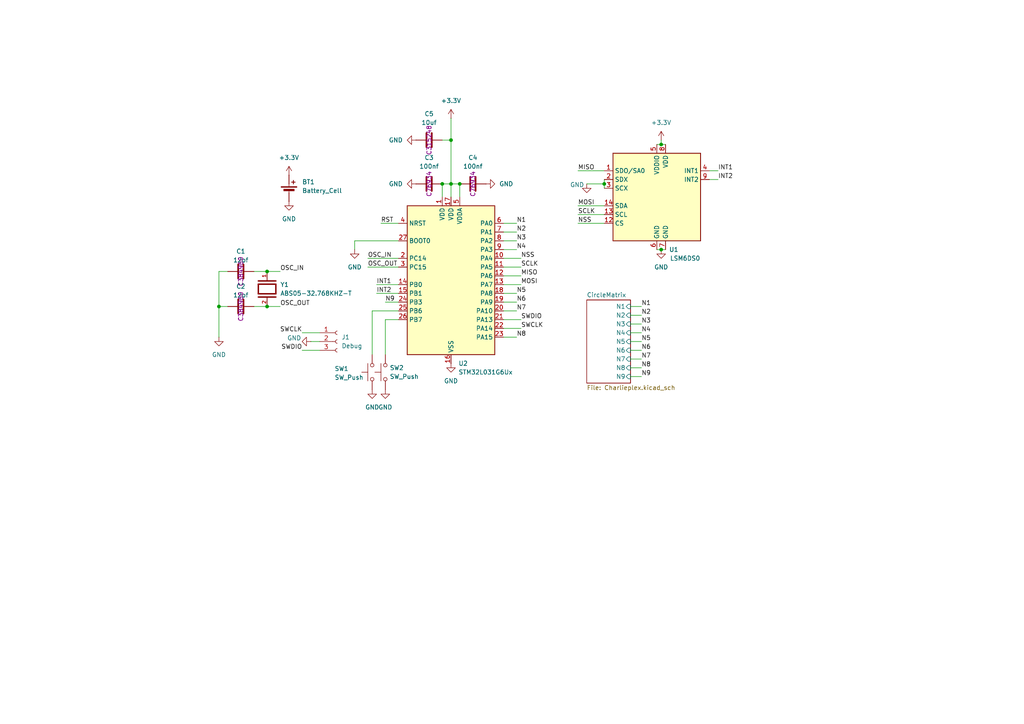
<source format=kicad_sch>
(kicad_sch (version 20250114) (generator "eeschema") (generator_version "9.0")
  (paper "A4")
  (lib_symbols
    (symbol "ABS05-32.768KHZ-T:ABS05-32.768KHZ-T" (pin_names (offset 1.016))
      (property "Reference" "Y" (at -5.0878 3.8159 0))
      (property "Value" "ABS05-32.768KHZ-T" (at -5.0944 -5.0944 0))
      (symbol "ABS05-32.768KHZ-T_0_0"
        (polyline (pts (xy -2.3368 2.54) (xy -2.3368 -2.54)) (stroke (width 0.4064)))
        (polyline (pts (xy -1.397 2.54) (xy -1.397 -2.54)) (stroke (width 0.4064)))
        (polyline (pts (xy -1.397 2.54) (xy 1.397 2.54)) (stroke (width 0.4064)))
        (polyline (pts (xy 1.397 2.54) (xy 1.397 -2.54)) (stroke (width 0.4064)))
        (polyline (pts (xy 1.397 -2.54) (xy -1.397 -2.54)) (stroke (width 0.4064)))
        (polyline (pts (xy 2.3368 2.54) (xy 2.3368 -2.54)) (stroke (width 0.4064)))
        (pin passive line (at -5.08 0 0) (length 2.54) (name "~") (number "1"))
        (pin passive line (at 5.08 0 180) (length 2.54) (name "~") (number "2"))
      )
    )
    (symbol "Connector:Conn_01x03_Socket" (pin_names (offset 1.016) (hide yes))
      (property "Reference" "J" (at 0 5.08 0))
      (property "Value" "Conn_01x03_Socket" (at 0 -5.08 0))
      (symbol "Conn_01x03_Socket_1_1"
        (polyline (pts (xy -1.27 2.54) (xy -0.508 2.54)) (stroke (width 0.1524)))
        (polyline (pts (xy -1.27 0) (xy -0.508 0)) (stroke (width 0.1524)))
        (polyline (pts (xy -1.27 -2.54) (xy -0.508 -2.54)) (stroke (width 0.1524)))
        (arc (start 0 2.032) (mid -0.5058 2.54) (end 0 3.048) (stroke (width 0.1524)))
        (arc (start 0 -0.508) (mid -0.5058 0) (end 0 0.508) (stroke (width 0.1524)))
        (arc (start 0 -3.048) (mid -0.5058 -2.54) (end 0 -2.032) (stroke (width 0.1524)))
        (pin passive line (at -5.08 2.54 0) (length 3.81) (name "Pin_1") (number "1"))
        (pin passive line (at -5.08 0 0) (length 3.81) (name "Pin_2") (number "2"))
        (pin passive line (at -5.08 -2.54 0) (length 3.81) (name "Pin_3") (number "3"))
      )
    )
    (symbol "Device:Battery_Cell" (pin_numbers (hide yes)) (pin_names (offset 0) (hide yes))
      (property "Reference" "BT" (at 2.54 2.54 0))
      (property "Value" "Battery_Cell" (at 2.54 0 0))
      (symbol "Battery_Cell_0_1"
        (rectangle (start -2.286 1.778) (end 2.286 1.524) (fill (type outline)))
        (rectangle (start -1.524 1.016) (end 1.524 0.508) (fill (type outline)))
        (polyline (pts (xy 0 1.778) (xy 0 2.54)))
        (polyline (pts (xy 0 0.762) (xy 0 0)))
        (polyline (pts (xy 0.762 3.048) (xy 1.778 3.048)) (stroke (width 0.254)))
        (polyline (pts (xy 1.27 3.556) (xy 1.27 2.54)) (stroke (width 0.254)))
      )
      (symbol "Battery_Cell_1_1"
        (pin passive line (at 0 5.08 270) (length 2.54) (name "+") (number "1"))
        (pin passive line (at 0 -2.54 90) (length 2.54) (name "-") (number "2"))
      )
    )
    (symbol "Device:C" (pin_numbers (hide yes)) (pin_names (offset 0.254))
      (property "Reference" "C" (at 0.635 2.54 0))
      (property "Value" "C" (at 0.635 -2.54 0))
      (symbol "C_0_1"
        (polyline (pts (xy -2.032 0.762) (xy 2.032 0.762)) (stroke (width 0.508)))
        (polyline (pts (xy -2.032 -0.762) (xy 2.032 -0.762)) (stroke (width 0.508)))
      )
      (symbol "C_1_1"
        (pin passive line (at 0 3.81 270) (length 2.794) (name "~") (number "1"))
        (pin passive line (at 0 -3.81 90) (length 2.794) (name "~") (number "2"))
      )
    )
    (symbol "MCU_ST_STM32L0:STM32L031G6Ux"
      (property "Reference" "U" (at -12.7 24.13 0))
      (property "Value" "STM32L031G6Ux" (at 5.08 24.13 0))
      (symbol "STM32L031G6Ux_0_1"
        (rectangle (start -12.7 -20.32) (end 12.7 22.86) (stroke (width 0.254)) (fill (type background)))
      )
      (symbol "STM32L031G6Ux_1_1"
        (pin input line (at -15.24 17.78 0) (length 2.54) (name "NRST") (number "4"))
        (pin input line (at -15.24 12.7 0) (length 2.54) (name "BOOT0") (number "27"))
        (pin bidirectional line (at -15.24 7.62 0) (length 2.54) (name "PC14") (number "2"))
        (pin bidirectional line (at -15.24 5.08 0) (length 2.54) (name "PC15") (number "3"))
        (pin bidirectional line (at -15.24 0 0) (length 2.54) (name "PB0") (number "14"))
        (pin bidirectional line (at -15.24 -2.54 0) (length 2.54) (name "PB1") (number "15"))
        (pin bidirectional line (at -15.24 -5.08 0) (length 2.54) (name "PB3") (number "24"))
        (pin bidirectional line (at -15.24 -7.62 0) (length 2.54) (name "PB6") (number "25"))
        (pin bidirectional line (at -15.24 -10.16 0) (length 2.54) (name "PB7") (number "26"))
        (pin power_in line (at -2.54 25.4 270) (length 2.54) (name "VDD") (number "1"))
        (pin power_in line (at 0 25.4 270) (length 2.54) (name "VDD") (number "17"))
        (pin power_in line (at 0 -22.86 90) (length 2.54) (name "VSS") (number "16"))
        (pin passive line (at 0 -22.86 90) (length 2.54) (hide yes) (name "VSS") (number "28"))
        (pin power_in line (at 2.54 25.4 270) (length 2.54) (name "VDDA") (number "5"))
        (pin bidirectional line (at 15.24 17.78 180) (length 2.54) (name "PA0") (number "6"))
        (pin bidirectional line (at 15.24 15.24 180) (length 2.54) (name "PA1") (number "7"))
        (pin bidirectional line (at 15.24 12.7 180) (length 2.54) (name "PA2") (number "8"))
        (pin bidirectional line (at 15.24 10.16 180) (length 2.54) (name "PA3") (number "9"))
        (pin bidirectional line (at 15.24 7.62 180) (length 2.54) (name "PA4") (number "10"))
        (pin bidirectional line (at 15.24 5.08 180) (length 2.54) (name "PA5") (number "11"))
        (pin bidirectional line (at 15.24 2.54 180) (length 2.54) (name "PA6") (number "12"))
        (pin bidirectional line (at 15.24 0 180) (length 2.54) (name "PA7") (number "13"))
        (pin bidirectional line (at 15.24 -2.54 180) (length 2.54) (name "PA8") (number "18"))
        (pin bidirectional line (at 15.24 -5.08 180) (length 2.54) (name "PA9") (number "19"))
        (pin bidirectional line (at 15.24 -7.62 180) (length 2.54) (name "PA10") (number "20"))
        (pin bidirectional line (at 15.24 -10.16 180) (length 2.54) (name "PA13") (number "21"))
        (pin bidirectional line (at 15.24 -12.7 180) (length 2.54) (name "PA14") (number "22"))
        (pin bidirectional line (at 15.24 -15.24 180) (length 2.54) (name "PA15") (number "23"))
      )
    )
    (symbol "Sensor_Motion:LSM6DSL"
      (property "Reference" "U1" (at 2.1433 -15.24 0))
      (property "Value" "LSM6DSL" (at 2.1433 -17.78 0))
      (symbol "LSM6DSL_0_1"
        (rectangle (start -12.7 12.7) (end 12.7 -12.7) (stroke (width 0.254)) (fill (type background)))
      )
      (symbol "LSM6DSL_1_1"
        (pin bidirectional line (at -15.24 7.62 0) (length 2.54) (name "SDO/SA0") (number "1"))
        (pin bidirectional line (at -15.24 5.08 0) (length 2.54) (name "SDX") (number "2"))
        (pin input line (at -15.24 2.54 0) (length 2.54) (name "SCX") (number "3"))
        (pin bidirectional line (at -15.24 -2.54 0) (length 2.54) (name "SDA") (number "14"))
        (pin input line (at -15.24 -5.08 0) (length 2.54) (name "SCL") (number "13"))
        (pin input line (at -15.24 -7.62 0) (length 2.54) (name "CS") (number "12"))
        (pin power_in line (at 0 15.24 270) (length 2.54) (name "VDDIO") (number "5"))
        (pin power_in line (at 0 -15.24 90) (length 2.54) (name "GND") (number "6"))
        (pin passive line (at 0 -15.24 90) (length 2.54) (hide yes) (name "GND") (number "7"))
        (pin power_in line (at 2.54 15.24 270) (length 2.54) (name "VDD") (number "8"))
        (pin power_in line (at 2.54 -15.24 90) (length 2.54) (name "GND") (number "7"))
        (pin no_connect line (at 12.7 -2.54 180) (length 3.81) (hide yes) (name "NC") (number "11"))
        (pin no_connect line (at 12.7 -5.08 180) (length 3.81) (hide yes) (name "NC") (number "10"))
        (pin output line (at 15.24 7.62 180) (length 2.54) (name "INT1") (number "4"))
        (pin output line (at 15.24 5.08 180) (length 2.54) (name "INT2") (number "9"))
      )
    )
    (symbol "Switch:SW_Push" (pin_numbers (hide yes)) (pin_names (offset 1.016) (hide yes))
      (property "Reference" "SW" (at 1.27 2.54 0))
      (property "Value" "SW_Push" (at 0 -1.524 0))
      (symbol "SW_Push_0_1"
        (circle (center -2.032 0) (radius 0.508))
        (polyline (pts (xy 0 1.27) (xy 0 3.048)))
        (circle (center 2.032 0) (radius 0.508))
        (polyline (pts (xy 2.54 1.27) (xy -2.54 1.27)))
        (pin passive line (at -5.08 0 0) (length 2.54) (name "1") (number "1"))
        (pin passive line (at 5.08 0 180) (length 2.54) (name "2") (number "2"))
      )
    )
    (symbol "power:+3.3V" (power) (pin_numbers (hide yes)) (pin_names (offset 0) (hide yes))
      (property "Value" "+3.3V" (at 0 3.556 0))
      (symbol "+3.3V_0_1"
        (polyline (pts (xy -0.762 1.27) (xy 0 2.54)))
        (polyline (pts (xy 0 2.54) (xy 0.762 1.27)))
        (polyline (pts (xy 0 0) (xy 0 2.54)))
      )
      (symbol "+3.3V_1_1"
        (pin power_in line (at 0 0 90) (length 0) (name "~") (number "1"))
      )
    )
    (symbol "power:GND" (power) (pin_numbers (hide yes)) (pin_names (offset 0) (hide yes))
      (property "Value" "GND" (at 0 -3.81 0))
      (symbol "GND_0_1"
        (polyline (pts (xy 0 0) (xy 0 -1.27) (xy 1.27 -1.27) (xy 0 -2.54) (xy -1.27 -1.27) (xy 0 -1.27)))
      )
      (symbol "GND_1_1"
        (pin power_in line (at 0 0 270) (length 0) (name "~") (number "1"))
      )
    )
  )
  (junction (at 175.26 53.34))
  (junction (at 191.77 72.39))
  (junction (at 63.5 88.9))
  (junction (at 130.81 53.34))
  (junction (at 77.47 88.9))
  (junction (at 130.81 40.64))
  (junction (at 133.35 53.34))
  (junction (at 191.77 41.91))
  (junction (at 77.47 78.74))
  (junction (at 128.27 53.34))
  (wire (pts (xy 107.95 90.17) (xy 107.95 102.87)))
  (wire (pts (xy 128.27 40.64) (xy 130.81 40.64)))
  (wire (pts (xy 111.76 87.63) (xy 115.57 87.63)))
  (wire (pts (xy 146.05 92.71) (xy 151.13 92.71)))
  (wire (pts (xy 90.17 99.06) (xy 92.71 99.06)))
  (wire (pts (xy 130.81 40.64) (xy 130.81 53.34)))
  (wire (pts (xy 146.05 67.31) (xy 149.86 67.31)))
  (wire (pts (xy 182.88 101.6) (xy 186.055 101.6)))
  (wire (pts (xy 109.22 85.09) (xy 115.57 85.09)))
  (wire (pts (xy 146.05 85.09) (xy 149.86 85.09)))
  (wire (pts (xy 191.77 41.91) (xy 193.04 41.91)))
  (wire (pts (xy 146.05 64.77) (xy 149.86 64.77)))
  (wire (pts (xy 182.88 109.22) (xy 186.055 109.22)))
  (wire (pts (xy 146.05 95.25) (xy 151.13 95.25)))
  (wire (pts (xy 191.77 72.39) (xy 193.04 72.39)))
  (wire (pts (xy 130.81 53.34) (xy 130.81 57.15)))
  (wire (pts (xy 102.87 69.85) (xy 102.87 72.39)))
  (wire (pts (xy 146.05 80.01) (xy 151.13 80.01)))
  (wire (pts (xy 146.05 77.47) (xy 151.13 77.47)))
  (wire (pts (xy 175.26 52.07) (xy 175.26 53.34)))
  (wire (pts (xy 63.5 88.9) (xy 63.5 97.79)))
  (wire (pts (xy 170.18 53.34) (xy 175.26 53.34)))
  (wire (pts (xy 146.05 87.63) (xy 149.86 87.63)))
  (wire (pts (xy 182.88 93.98) (xy 186.055 93.98)))
  (wire (pts (xy 133.35 53.34) (xy 133.35 57.15)))
  (wire (pts (xy 146.05 90.17) (xy 149.86 90.17)))
  (wire (pts (xy 111.76 92.71) (xy 111.76 102.87)))
  (wire (pts (xy 102.87 69.85) (xy 115.57 69.85)))
  (wire (pts (xy 106.68 77.47) (xy 115.57 77.47)))
  (wire (pts (xy 128.27 53.34) (xy 128.27 57.15)))
  (wire (pts (xy 87.63 96.52) (xy 92.71 96.52)))
  (wire (pts (xy 182.88 99.06) (xy 186.055 99.06)))
  (wire (pts (xy 146.05 74.93) (xy 151.13 74.93)))
  (wire (pts (xy 77.47 78.74) (xy 81.28 78.74)))
  (wire (pts (xy 63.5 88.9) (xy 66.04 88.9)))
  (wire (pts (xy 146.05 97.79) (xy 149.86 97.79)))
  (wire (pts (xy 182.88 106.68) (xy 186.055 106.68)))
  (wire (pts (xy 106.68 74.93) (xy 115.57 74.93)))
  (wire (pts (xy 182.88 91.44) (xy 186.055 91.44)))
  (wire (pts (xy 73.66 88.9) (xy 77.47 88.9)))
  (wire (pts (xy 167.64 49.53) (xy 175.26 49.53)))
  (wire (pts (xy 146.05 72.39) (xy 149.86 72.39)))
  (wire (pts (xy 73.66 78.74) (xy 77.47 78.74)))
  (wire (pts (xy 205.74 49.53) (xy 208.28 49.53)))
  (wire (pts (xy 115.57 92.71) (xy 111.76 92.71)))
  (wire (pts (xy 109.22 82.55) (xy 115.57 82.55)))
  (wire (pts (xy 205.74 52.07) (xy 208.28 52.07)))
  (wire (pts (xy 146.05 69.85) (xy 149.86 69.85)))
  (wire (pts (xy 146.05 82.55) (xy 151.13 82.55)))
  (wire (pts (xy 191.77 40.64) (xy 191.77 41.91)))
  (wire (pts (xy 175.26 53.34) (xy 175.26 54.61)))
  (wire (pts (xy 182.88 96.52) (xy 186.055 96.52)))
  (wire (pts (xy 182.88 88.9) (xy 186.055 88.9)))
  (wire (pts (xy 63.5 78.74) (xy 63.5 88.9)))
  (wire (pts (xy 77.47 88.9) (xy 81.28 88.9)))
  (wire (pts (xy 167.64 64.77) (xy 175.26 64.77)))
  (wire (pts (xy 87.63 101.6) (xy 92.71 101.6)))
  (wire (pts (xy 115.57 90.17) (xy 107.95 90.17)))
  (wire (pts (xy 63.5 78.74) (xy 66.04 78.74)))
  (wire (pts (xy 182.88 104.14) (xy 186.055 104.14)))
  (wire (pts (xy 190.5 41.91) (xy 191.77 41.91)))
  (wire (pts (xy 130.81 34.29) (xy 130.81 40.64)))
  (wire (pts (xy 130.81 53.34) (xy 133.35 53.34)))
  (wire (pts (xy 167.64 59.69) (xy 175.26 59.69)))
  (wire (pts (xy 110.49 64.77) (xy 115.57 64.77)))
  (wire (pts (xy 190.5 72.39) (xy 191.77 72.39)))
  (wire (pts (xy 128.27 53.34) (xy 130.81 53.34)))
  (wire (pts (xy 167.64 62.23) (xy 175.26 62.23)))
  (label "N7" (at 149.86 90.17 0))
  (label "SCLK" (at 151.13 77.47 0))
  (label "OSC_OUT" (at 106.68 77.47 0))
  (label "N1" (at 149.86 64.77 0))
  (label "N4" (at 149.86 72.39 0))
  (label "SCLK" (at 167.64 62.23 0))
  (label "N7" (at 186.055 104.14 0))
  (label "N5" (at 186.055 99.06 0))
  (label "N3" (at 149.86 69.85 0))
  (label "OSC_IN" (at 106.68 74.93 0))
  (label "SWCLK" (at 87.63 96.52 180))
  (label "N5" (at 149.86 85.09 0))
  (label "N6" (at 149.86 87.63 0))
  (label "N1" (at 186.055 88.9 0))
  (label "N6" (at 186.055 101.6 0))
  (label "INT2" (at 109.22 85.09 0))
  (label "SWDIO" (at 87.63 101.6 180))
  (label "N8" (at 186.055 106.68 0))
  (label "MOSI" (at 151.13 82.55 0))
  (label "INT1" (at 109.22 82.55 0))
  (label "SWDIO" (at 151.13 92.71 0))
  (label "OSC_IN" (at 81.28 78.74 0))
  (label "MOSI" (at 167.64 59.69 0))
  (label "N3" (at 186.055 93.98 0))
  (label "MISO" (at 151.13 80.01 0))
  (label "N8" (at 149.86 97.79 0))
  (label "INT1" (at 208.28 49.53 0))
  (label "NSS" (at 151.13 74.93 0))
  (label "OSC_OUT" (at 81.28 88.9 0))
  (label "N9" (at 111.76 87.63 0))
  (label "RST" (at 110.49 64.77 0))
  (label "N4" (at 186.055 96.52 0))
  (label "N2" (at 186.055 91.44 0))
  (label "N9" (at 186.055 109.22 0))
  (label "MISO" (at 167.64 49.53 0))
  (label "NSS" (at 167.64 64.77 0))
  (label "N2" (at 149.86 67.31 0))
  (label "SWCLK" (at 151.13 95.25 0))
  (label "INT2" (at 208.28 52.07 0))
  (symbol (lib_id "power:GND") (at 111.76 113.03 0) (unit 1)
    (property "Reference" "#PWR015" (effects (hide yes)))
    (property "Value" "GND" (at 111.76 118.11 0))
    (property "Description" "Power symbol creates a global label with name \"GND\" , ground" (effects (hide yes)))
  )
  (symbol (lib_id "power:GND") (at 90.17 99.06 270) (unit 1)
    (property "Reference" "#PWR010" (effects (hide yes)))
    (property "Value" "GND" (at 87.376 98.044 90) (effects (justify right)))
    (property "Description" "Power symbol creates a global label with name \"GND\" , ground" (effects (hide yes)))
  )
  (symbol (lib_id "power:GND") (at 170.18 53.34 0) (unit 1)
    (property "Reference" "#PWR07" (effects (hide yes)))
    (property "Value" "GND" (at 167.386 53.594 0))
    (property "Description" "Power symbol creates a global label with name \"GND\" , ground" (effects (hide yes)))
  )
  (symbol (lib_id "power:GND") (at 130.81 105.41 0) (unit 1)
    (property "Reference" "#PWR04" (effects (hide yes)))
    (property "Value" "GND" (at 130.81 110.49 0))
    (property "Description" "Power symbol creates a global label with name \"GND\" , ground" (effects (hide yes)))
  )
  (symbol (lib_id "Device:Battery_Cell") (at 83.82 55.88 0) (unit 1)
    (property "Reference" "BT1" (at 87.63 52.7684 0) (effects (justify left)))
    (property "Value" "Battery_Cell" (at 87.63 55.3084 0) (effects (justify left)))
    (property "Footprint" "Battery:BatteryHolder_MPD_BC2003_1x2032" (effects (hide yes)))
    (property "Description" "Single-cell battery" (effects (hide yes)))
    (property "LCSC" "na" (effects (hide yes)))
  )
  (symbol (lib_id "power:GND") (at 83.82 58.42 0) (unit 1)
    (property "Reference" "#PWR01" (effects (hide yes)))
    (property "Value" "GND" (at 83.82 63.5 0))
    (property "Description" "Power symbol creates a global label with name \"GND\" , ground" (effects (hide yes)))
  )
  (symbol (lib_id "Device:C") (at 124.46 40.64 270) (unit 1)
    (property "Reference" "C5" (at 124.46 33.02 90))
    (property "Value" "10uf" (at 124.46 35.56 90))
    (property "Footprint" "Capacitor_SMD:C_0402_1005Metric" (effects (hide yes)))
    (property "Description" "Unpolarized capacitor" (effects (hide yes)))
    (property "LCSC" "C315248" (at 124.46 40.64 0))
  )
  (symbol (lib_id "power:GND") (at 120.65 40.64 270) (unit 1)
    (property "Reference" "#PWR013" (effects (hide yes)))
    (property "Value" "GND" (at 116.84 40.6399 90) (effects (justify right)))
    (property "Description" "Power symbol creates a global label with name \"GND\" , ground" (effects (hide yes)))
  )
  (symbol (lib_id "Device:C") (at 69.85 78.74 90) (unit 1)
    (property "Reference" "C1" (at 69.85 72.898 90))
    (property "Value" "12pf" (at 69.85 75.438 90))
    (property "Footprint" "Capacitor_SMD:C_0201_0603Metric" (effects (hide yes)))
    (property "Description" "Unpolarized capacitor" (effects (hide yes)))
    (property "LCSC" "C384960" (at 69.85 78.74 0))
  )
  (symbol (lib_id "Switch:SW_Push") (at 107.95 107.95 90) (unit 1)
    (property "Reference" "SW1" (at 97.028 106.934 90) (effects (justify right)))
    (property "Value" "SW_Push" (at 97.028 109.474 90) (effects (justify right)))
    (property "Footprint" "ABS05_32_768KHZ_T:ts1088" (effects (hide yes)))
    (property "Description" "Push button switch, generic, two pins" (effects (hide yes)))
    (property "LCSC" "C720477" (effects (hide yes)))
  )
  (symbol (lib_id "Sensor_Motion:LSM6DSL") (at 190.5 57.15 0) (unit 1)
    (property "Reference" "U1" (at 194.056 72.39 0) (effects (justify left)))
    (property "Value" "LSM6DS0" (at 194.31 74.93 0) (effects (justify left)))
    (property "Footprint" "Package_LGA:LGA-14_3x2.5mm_P0.5mm_LayoutBorder3x4y" (effects (hide yes)))
    (property "Datasheet" "https://www.st.com/resource/en/datasheet/lsm6dsl.pdf" (effects (hide yes)))
    (property "Description" "I2C/SPI, iNEMO inertial module: always-on 3D accelerometer and 3D gyroscope, 1.71V to 3.6V VCC" (effects (hide yes)))
    (property "LCSC" "C2829074" (effects (hide yes)))
  )
  (symbol (lib_id "power:GND") (at 191.77 72.39 0) (unit 1)
    (property "Reference" "#PWR06" (effects (hide yes)))
    (property "Value" "GND" (at 191.77 77.47 0))
    (property "Description" "Power symbol creates a global label with name \"GND\" , ground" (effects (hide yes)))
  )
  (symbol (lib_id "power:GND") (at 102.87 72.39 0) (unit 1)
    (property "Reference" "#PWR09" (effects (hide yes)))
    (property "Value" "GND" (at 102.87 77.47 0))
    (property "Description" "Power symbol creates a global label with name \"GND\" , ground" (effects (hide yes)))
  )
  (symbol (lib_id "ABS05-32.768KHZ-T:ABS05-32.768KHZ-T") (at 77.47 83.82 270) (unit 1)
    (property "Reference" "Y1" (at 81.28 82.5499 90) (effects (justify left)))
    (property "Value" "ABS05-32.768KHZ-T" (at 81.28 85.0899 90) (effects (justify left)))
    (property "Footprint" "ABS05_32_768KHZ_T:XTAL_ABS05-32.768KHZ-T" (effects (hide yes)))
    (property "PARTREV" "11/3/2021" (effects (hide yes)))
    (property "STANDARD" "Manufacturer Recommendations" (effects (hide yes)))
    (property "MAXIMUM_PACKAGE_HEIGHT" "0.5 mm" (effects (hide yes)))
    (property "MANUFACTURER" "Abracon" (effects (hide yes)))
    (property "LCSC" "C179633" (effects (hide yes)))
  )
  (symbol (lib_id "power:+3.3V") (at 130.81 34.29 0) (unit 1)
    (property "Reference" "#PWR03" (effects (hide yes)))
    (property "Value" "+3.3V" (at 130.81 29.21 0))
    (property "Description" "Power symbol creates a global label with name \"+3.3V\"" (effects (hide yes)))
  )
  (symbol (lib_id "power:+3.3V") (at 191.77 40.64 0) (unit 1)
    (property "Reference" "#PWR05" (effects (hide yes)))
    (property "Value" "+3.3V" (at 191.77 35.56 0))
    (property "Description" "Power symbol creates a global label with name \"+3.3V\"" (effects (hide yes)))
  )
  (symbol (lib_id "Device:C") (at 137.16 53.34 90) (unit 1)
    (property "Reference" "C4" (at 137.16 45.72 90))
    (property "Value" "100nf" (at 137.16 48.26 90))
    (property "Footprint" "Capacitor_SMD:C_0201_0603Metric" (effects (hide yes)))
    (property "Description" "Unpolarized capacitor" (effects (hide yes)))
    (property "LCSC" "C76934" (at 137.16 53.34 0))
  )
  (symbol (lib_id "Device:C") (at 69.85 88.9 90) (unit 1)
    (property "Reference" "C2" (at 69.85 83.058 90))
    (property "Value" "12pf" (at 69.85 85.598 90))
    (property "Footprint" "Capacitor_SMD:C_0201_0603Metric" (effects (hide yes)))
    (property "Description" "Unpolarized capacitor" (effects (hide yes)))
    (property "LCSC" "C384960" (at 69.85 88.9 0))
  )
  (symbol (lib_id "power:GND") (at 63.5 97.79 0) (unit 1)
    (property "Reference" "#PWR08" (effects (hide yes)))
    (property "Value" "GND" (at 63.5 102.87 0))
    (property "Description" "Power symbol creates a global label with name \"GND\" , ground" (effects (hide yes)))
  )
  (symbol (lib_id "Device:C") (at 124.46 53.34 90) (unit 1)
    (property "Reference" "C3" (at 124.46 45.72 90))
    (property "Value" "100nf" (at 124.46 48.26 90))
    (property "Footprint" "Capacitor_SMD:C_0201_0603Metric" (effects (hide yes)))
    (property "Description" "Unpolarized capacitor" (effects (hide yes)))
    (property "LCSC" "C76934" (at 124.46 53.34 0))
  )
  (symbol (lib_id "power:+3.3V") (at 83.82 50.8 0) (unit 1)
    (property "Reference" "#PWR02" (effects (hide yes)))
    (property "Value" "+3.3V" (at 83.82 45.72 0))
    (property "Description" "Power symbol creates a global label with name \"+3.3V\"" (effects (hide yes)))
  )
  (symbol (lib_id "power:GND") (at 140.97 53.34 90) (unit 1)
    (property "Reference" "#PWR011" (effects (hide yes)))
    (property "Value" "GND" (at 144.78 53.3399 90) (effects (justify right)))
    (property "Description" "Power symbol creates a global label with name \"GND\" , ground" (effects (hide yes)))
  )
  (symbol (lib_id "Switch:SW_Push") (at 111.76 107.95 90) (unit 1)
    (property "Reference" "SW2" (at 113.03 106.6799 90) (effects (justify right)))
    (property "Value" "SW_Push" (at 113.03 109.2199 90) (effects (justify right)))
    (property "Footprint" "ABS05_32_768KHZ_T:ts1088" (effects (hide yes)))
    (property "Description" "Push button switch, generic, two pins" (effects (hide yes)))
    (property "LCSC" "C720477" (effects (hide yes)))
  )
  (symbol (lib_id "Connector:Conn_01x03_Socket") (at 97.79 99.06 0) (unit 1) (in_bom no) (on_board no)
    (property "Reference" "J1" (at 99.06 97.7899 0) (effects (justify left)))
    (property "Value" "Debug" (at 99.06 100.3299 0) (effects (justify left)))
    (property "Footprint" "Connector_JST:JST_SH_BM03B-SRSS-TB_1x03-1MP_P1.00mm_Vertical" (effects (hide yes)))
    (property "Description" "Generic connector, single row, 01x03, script generated" (effects (hide yes)))
    (property "LCSC" "na" (effects (hide yes)))
  )
  (symbol (lib_id "power:GND") (at 107.95 113.03 0) (unit 1)
    (property "Reference" "#PWR014" (effects (hide yes)))
    (property "Value" "GND" (at 107.95 118.11 0))
    (property "Description" "Power symbol creates a global label with name \"GND\" , ground" (effects (hide yes)))
  )
  (symbol (lib_id "power:GND") (at 120.65 53.34 270) (unit 1)
    (property "Reference" "#PWR012" (effects (hide yes)))
    (property "Value" "GND" (at 116.84 53.3399 90) (effects (justify right)))
    (property "Description" "Power symbol creates a global label with name \"GND\" , ground" (effects (hide yes)))
  )
  (symbol (lib_id "MCU_ST_STM32L0:STM32L031G6Ux") (at 130.81 82.55 0) (unit 1)
    (property "Reference" "U2" (at 132.9533 105.41 0) (effects (justify left)))
    (property "Value" "STM32L031G6Ux" (at 132.9533 107.95 0) (effects (justify left)))
    (property "Footprint" "Package_DFN_QFN:QFN-28_4x4mm_P0.5mm" (effects (hide yes)))
    (property "Datasheet" "https://www.st.com/resource/en/datasheet/stm32l031g6.pdf" (effects (hide yes)))
    (property "Description" "STMicroelectronics Arm Cortex-M0+ MCU, 32KB flash, 8KB RAM, 32 MHz, 1.65-3.6V, 21 GPIO, UFQFPN28" (effects (hide yes)))
    (property "LCSC" "C96514" (effects (hide yes)))
  )
  (sheet (at 170.18 86.995) (size 12.7 24.13) (stroke (width 0.1524))
    (property "Sheetname" "CircleMatrix" (at 170.18 86.2834 0) (effects (justify left bottom)))
    (property "Sheetfile" "Charlieplex.kicad_sch" (at 170.18 111.7096 0) (effects (justify left top)))
    (pin "N1" input (at 182.88 88.9 0))
    (pin "N2" input (at 182.88 91.44 0))
    (pin "N3" input (at 182.88 93.98 0))
    (pin "N4" input (at 182.88 96.52 0))
    (pin "N5" input (at 182.88 99.06 0))
    (pin "N6" input (at 182.88 101.6 0))
    (pin "N7" input (at 182.88 104.14 0))
    (pin "N8" input (at 182.88 106.68 0))
    (pin "N9" input (at 182.88 109.22 0))
  )
)
</source>
